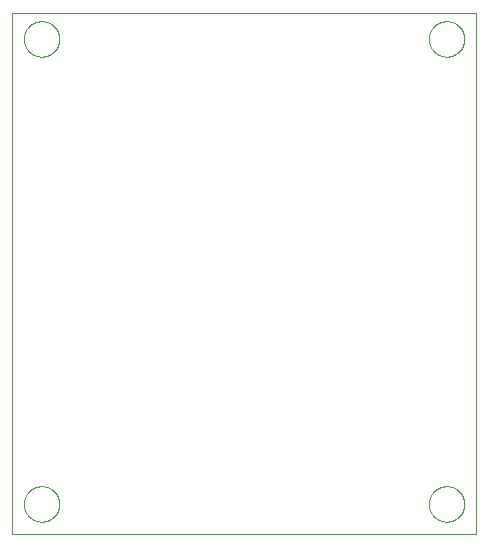
<source format=gko>
G75*
%MOIN*%
%OFA0B0*%
%FSLAX25Y25*%
%IPPOS*%
%LPD*%
%AMOC8*
5,1,8,0,0,1.08239X$1,22.5*
%
%ADD10C,0.00000*%
D10*
X0001500Y0001500D02*
X0001500Y0175201D01*
X0156421Y0175201D01*
X0156421Y0001500D01*
X0001500Y0001500D01*
X0005595Y0011500D02*
X0005597Y0011653D01*
X0005603Y0011806D01*
X0005613Y0011959D01*
X0005627Y0012112D01*
X0005645Y0012264D01*
X0005667Y0012416D01*
X0005692Y0012567D01*
X0005722Y0012718D01*
X0005755Y0012867D01*
X0005793Y0013016D01*
X0005834Y0013164D01*
X0005879Y0013310D01*
X0005928Y0013455D01*
X0005981Y0013599D01*
X0006037Y0013742D01*
X0006097Y0013883D01*
X0006161Y0014023D01*
X0006228Y0014160D01*
X0006299Y0014296D01*
X0006373Y0014430D01*
X0006451Y0014562D01*
X0006532Y0014692D01*
X0006617Y0014820D01*
X0006705Y0014946D01*
X0006796Y0015069D01*
X0006890Y0015190D01*
X0006987Y0015309D01*
X0007088Y0015425D01*
X0007191Y0015538D01*
X0007298Y0015648D01*
X0007407Y0015756D01*
X0007518Y0015861D01*
X0007633Y0015963D01*
X0007750Y0016062D01*
X0007870Y0016157D01*
X0007992Y0016250D01*
X0008117Y0016340D01*
X0008243Y0016426D01*
X0008372Y0016509D01*
X0008503Y0016588D01*
X0008636Y0016664D01*
X0008771Y0016737D01*
X0008908Y0016806D01*
X0009047Y0016871D01*
X0009187Y0016933D01*
X0009329Y0016991D01*
X0009472Y0017046D01*
X0009617Y0017097D01*
X0009763Y0017144D01*
X0009910Y0017187D01*
X0010058Y0017226D01*
X0010207Y0017262D01*
X0010357Y0017293D01*
X0010508Y0017321D01*
X0010660Y0017345D01*
X0010812Y0017365D01*
X0010964Y0017381D01*
X0011117Y0017393D01*
X0011270Y0017401D01*
X0011423Y0017405D01*
X0011577Y0017405D01*
X0011730Y0017401D01*
X0011883Y0017393D01*
X0012036Y0017381D01*
X0012188Y0017365D01*
X0012340Y0017345D01*
X0012492Y0017321D01*
X0012643Y0017293D01*
X0012793Y0017262D01*
X0012942Y0017226D01*
X0013090Y0017187D01*
X0013237Y0017144D01*
X0013383Y0017097D01*
X0013528Y0017046D01*
X0013671Y0016991D01*
X0013813Y0016933D01*
X0013953Y0016871D01*
X0014092Y0016806D01*
X0014229Y0016737D01*
X0014364Y0016664D01*
X0014497Y0016588D01*
X0014628Y0016509D01*
X0014757Y0016426D01*
X0014883Y0016340D01*
X0015008Y0016250D01*
X0015130Y0016157D01*
X0015250Y0016062D01*
X0015367Y0015963D01*
X0015482Y0015861D01*
X0015593Y0015756D01*
X0015702Y0015648D01*
X0015809Y0015538D01*
X0015912Y0015425D01*
X0016013Y0015309D01*
X0016110Y0015190D01*
X0016204Y0015069D01*
X0016295Y0014946D01*
X0016383Y0014820D01*
X0016468Y0014692D01*
X0016549Y0014562D01*
X0016627Y0014430D01*
X0016701Y0014296D01*
X0016772Y0014160D01*
X0016839Y0014023D01*
X0016903Y0013883D01*
X0016963Y0013742D01*
X0017019Y0013599D01*
X0017072Y0013455D01*
X0017121Y0013310D01*
X0017166Y0013164D01*
X0017207Y0013016D01*
X0017245Y0012867D01*
X0017278Y0012718D01*
X0017308Y0012567D01*
X0017333Y0012416D01*
X0017355Y0012264D01*
X0017373Y0012112D01*
X0017387Y0011959D01*
X0017397Y0011806D01*
X0017403Y0011653D01*
X0017405Y0011500D01*
X0017403Y0011347D01*
X0017397Y0011194D01*
X0017387Y0011041D01*
X0017373Y0010888D01*
X0017355Y0010736D01*
X0017333Y0010584D01*
X0017308Y0010433D01*
X0017278Y0010282D01*
X0017245Y0010133D01*
X0017207Y0009984D01*
X0017166Y0009836D01*
X0017121Y0009690D01*
X0017072Y0009545D01*
X0017019Y0009401D01*
X0016963Y0009258D01*
X0016903Y0009117D01*
X0016839Y0008977D01*
X0016772Y0008840D01*
X0016701Y0008704D01*
X0016627Y0008570D01*
X0016549Y0008438D01*
X0016468Y0008308D01*
X0016383Y0008180D01*
X0016295Y0008054D01*
X0016204Y0007931D01*
X0016110Y0007810D01*
X0016013Y0007691D01*
X0015912Y0007575D01*
X0015809Y0007462D01*
X0015702Y0007352D01*
X0015593Y0007244D01*
X0015482Y0007139D01*
X0015367Y0007037D01*
X0015250Y0006938D01*
X0015130Y0006843D01*
X0015008Y0006750D01*
X0014883Y0006660D01*
X0014757Y0006574D01*
X0014628Y0006491D01*
X0014497Y0006412D01*
X0014364Y0006336D01*
X0014229Y0006263D01*
X0014092Y0006194D01*
X0013953Y0006129D01*
X0013813Y0006067D01*
X0013671Y0006009D01*
X0013528Y0005954D01*
X0013383Y0005903D01*
X0013237Y0005856D01*
X0013090Y0005813D01*
X0012942Y0005774D01*
X0012793Y0005738D01*
X0012643Y0005707D01*
X0012492Y0005679D01*
X0012340Y0005655D01*
X0012188Y0005635D01*
X0012036Y0005619D01*
X0011883Y0005607D01*
X0011730Y0005599D01*
X0011577Y0005595D01*
X0011423Y0005595D01*
X0011270Y0005599D01*
X0011117Y0005607D01*
X0010964Y0005619D01*
X0010812Y0005635D01*
X0010660Y0005655D01*
X0010508Y0005679D01*
X0010357Y0005707D01*
X0010207Y0005738D01*
X0010058Y0005774D01*
X0009910Y0005813D01*
X0009763Y0005856D01*
X0009617Y0005903D01*
X0009472Y0005954D01*
X0009329Y0006009D01*
X0009187Y0006067D01*
X0009047Y0006129D01*
X0008908Y0006194D01*
X0008771Y0006263D01*
X0008636Y0006336D01*
X0008503Y0006412D01*
X0008372Y0006491D01*
X0008243Y0006574D01*
X0008117Y0006660D01*
X0007992Y0006750D01*
X0007870Y0006843D01*
X0007750Y0006938D01*
X0007633Y0007037D01*
X0007518Y0007139D01*
X0007407Y0007244D01*
X0007298Y0007352D01*
X0007191Y0007462D01*
X0007088Y0007575D01*
X0006987Y0007691D01*
X0006890Y0007810D01*
X0006796Y0007931D01*
X0006705Y0008054D01*
X0006617Y0008180D01*
X0006532Y0008308D01*
X0006451Y0008438D01*
X0006373Y0008570D01*
X0006299Y0008704D01*
X0006228Y0008840D01*
X0006161Y0008977D01*
X0006097Y0009117D01*
X0006037Y0009258D01*
X0005981Y0009401D01*
X0005928Y0009545D01*
X0005879Y0009690D01*
X0005834Y0009836D01*
X0005793Y0009984D01*
X0005755Y0010133D01*
X0005722Y0010282D01*
X0005692Y0010433D01*
X0005667Y0010584D01*
X0005645Y0010736D01*
X0005627Y0010888D01*
X0005613Y0011041D01*
X0005603Y0011194D01*
X0005597Y0011347D01*
X0005595Y0011500D01*
X0005595Y0166500D02*
X0005597Y0166653D01*
X0005603Y0166806D01*
X0005613Y0166959D01*
X0005627Y0167112D01*
X0005645Y0167264D01*
X0005667Y0167416D01*
X0005692Y0167567D01*
X0005722Y0167718D01*
X0005755Y0167867D01*
X0005793Y0168016D01*
X0005834Y0168164D01*
X0005879Y0168310D01*
X0005928Y0168455D01*
X0005981Y0168599D01*
X0006037Y0168742D01*
X0006097Y0168883D01*
X0006161Y0169023D01*
X0006228Y0169160D01*
X0006299Y0169296D01*
X0006373Y0169430D01*
X0006451Y0169562D01*
X0006532Y0169692D01*
X0006617Y0169820D01*
X0006705Y0169946D01*
X0006796Y0170069D01*
X0006890Y0170190D01*
X0006987Y0170309D01*
X0007088Y0170425D01*
X0007191Y0170538D01*
X0007298Y0170648D01*
X0007407Y0170756D01*
X0007518Y0170861D01*
X0007633Y0170963D01*
X0007750Y0171062D01*
X0007870Y0171157D01*
X0007992Y0171250D01*
X0008117Y0171340D01*
X0008243Y0171426D01*
X0008372Y0171509D01*
X0008503Y0171588D01*
X0008636Y0171664D01*
X0008771Y0171737D01*
X0008908Y0171806D01*
X0009047Y0171871D01*
X0009187Y0171933D01*
X0009329Y0171991D01*
X0009472Y0172046D01*
X0009617Y0172097D01*
X0009763Y0172144D01*
X0009910Y0172187D01*
X0010058Y0172226D01*
X0010207Y0172262D01*
X0010357Y0172293D01*
X0010508Y0172321D01*
X0010660Y0172345D01*
X0010812Y0172365D01*
X0010964Y0172381D01*
X0011117Y0172393D01*
X0011270Y0172401D01*
X0011423Y0172405D01*
X0011577Y0172405D01*
X0011730Y0172401D01*
X0011883Y0172393D01*
X0012036Y0172381D01*
X0012188Y0172365D01*
X0012340Y0172345D01*
X0012492Y0172321D01*
X0012643Y0172293D01*
X0012793Y0172262D01*
X0012942Y0172226D01*
X0013090Y0172187D01*
X0013237Y0172144D01*
X0013383Y0172097D01*
X0013528Y0172046D01*
X0013671Y0171991D01*
X0013813Y0171933D01*
X0013953Y0171871D01*
X0014092Y0171806D01*
X0014229Y0171737D01*
X0014364Y0171664D01*
X0014497Y0171588D01*
X0014628Y0171509D01*
X0014757Y0171426D01*
X0014883Y0171340D01*
X0015008Y0171250D01*
X0015130Y0171157D01*
X0015250Y0171062D01*
X0015367Y0170963D01*
X0015482Y0170861D01*
X0015593Y0170756D01*
X0015702Y0170648D01*
X0015809Y0170538D01*
X0015912Y0170425D01*
X0016013Y0170309D01*
X0016110Y0170190D01*
X0016204Y0170069D01*
X0016295Y0169946D01*
X0016383Y0169820D01*
X0016468Y0169692D01*
X0016549Y0169562D01*
X0016627Y0169430D01*
X0016701Y0169296D01*
X0016772Y0169160D01*
X0016839Y0169023D01*
X0016903Y0168883D01*
X0016963Y0168742D01*
X0017019Y0168599D01*
X0017072Y0168455D01*
X0017121Y0168310D01*
X0017166Y0168164D01*
X0017207Y0168016D01*
X0017245Y0167867D01*
X0017278Y0167718D01*
X0017308Y0167567D01*
X0017333Y0167416D01*
X0017355Y0167264D01*
X0017373Y0167112D01*
X0017387Y0166959D01*
X0017397Y0166806D01*
X0017403Y0166653D01*
X0017405Y0166500D01*
X0017403Y0166347D01*
X0017397Y0166194D01*
X0017387Y0166041D01*
X0017373Y0165888D01*
X0017355Y0165736D01*
X0017333Y0165584D01*
X0017308Y0165433D01*
X0017278Y0165282D01*
X0017245Y0165133D01*
X0017207Y0164984D01*
X0017166Y0164836D01*
X0017121Y0164690D01*
X0017072Y0164545D01*
X0017019Y0164401D01*
X0016963Y0164258D01*
X0016903Y0164117D01*
X0016839Y0163977D01*
X0016772Y0163840D01*
X0016701Y0163704D01*
X0016627Y0163570D01*
X0016549Y0163438D01*
X0016468Y0163308D01*
X0016383Y0163180D01*
X0016295Y0163054D01*
X0016204Y0162931D01*
X0016110Y0162810D01*
X0016013Y0162691D01*
X0015912Y0162575D01*
X0015809Y0162462D01*
X0015702Y0162352D01*
X0015593Y0162244D01*
X0015482Y0162139D01*
X0015367Y0162037D01*
X0015250Y0161938D01*
X0015130Y0161843D01*
X0015008Y0161750D01*
X0014883Y0161660D01*
X0014757Y0161574D01*
X0014628Y0161491D01*
X0014497Y0161412D01*
X0014364Y0161336D01*
X0014229Y0161263D01*
X0014092Y0161194D01*
X0013953Y0161129D01*
X0013813Y0161067D01*
X0013671Y0161009D01*
X0013528Y0160954D01*
X0013383Y0160903D01*
X0013237Y0160856D01*
X0013090Y0160813D01*
X0012942Y0160774D01*
X0012793Y0160738D01*
X0012643Y0160707D01*
X0012492Y0160679D01*
X0012340Y0160655D01*
X0012188Y0160635D01*
X0012036Y0160619D01*
X0011883Y0160607D01*
X0011730Y0160599D01*
X0011577Y0160595D01*
X0011423Y0160595D01*
X0011270Y0160599D01*
X0011117Y0160607D01*
X0010964Y0160619D01*
X0010812Y0160635D01*
X0010660Y0160655D01*
X0010508Y0160679D01*
X0010357Y0160707D01*
X0010207Y0160738D01*
X0010058Y0160774D01*
X0009910Y0160813D01*
X0009763Y0160856D01*
X0009617Y0160903D01*
X0009472Y0160954D01*
X0009329Y0161009D01*
X0009187Y0161067D01*
X0009047Y0161129D01*
X0008908Y0161194D01*
X0008771Y0161263D01*
X0008636Y0161336D01*
X0008503Y0161412D01*
X0008372Y0161491D01*
X0008243Y0161574D01*
X0008117Y0161660D01*
X0007992Y0161750D01*
X0007870Y0161843D01*
X0007750Y0161938D01*
X0007633Y0162037D01*
X0007518Y0162139D01*
X0007407Y0162244D01*
X0007298Y0162352D01*
X0007191Y0162462D01*
X0007088Y0162575D01*
X0006987Y0162691D01*
X0006890Y0162810D01*
X0006796Y0162931D01*
X0006705Y0163054D01*
X0006617Y0163180D01*
X0006532Y0163308D01*
X0006451Y0163438D01*
X0006373Y0163570D01*
X0006299Y0163704D01*
X0006228Y0163840D01*
X0006161Y0163977D01*
X0006097Y0164117D01*
X0006037Y0164258D01*
X0005981Y0164401D01*
X0005928Y0164545D01*
X0005879Y0164690D01*
X0005834Y0164836D01*
X0005793Y0164984D01*
X0005755Y0165133D01*
X0005722Y0165282D01*
X0005692Y0165433D01*
X0005667Y0165584D01*
X0005645Y0165736D01*
X0005627Y0165888D01*
X0005613Y0166041D01*
X0005603Y0166194D01*
X0005597Y0166347D01*
X0005595Y0166500D01*
X0140595Y0166500D02*
X0140597Y0166653D01*
X0140603Y0166806D01*
X0140613Y0166959D01*
X0140627Y0167112D01*
X0140645Y0167264D01*
X0140667Y0167416D01*
X0140692Y0167567D01*
X0140722Y0167718D01*
X0140755Y0167867D01*
X0140793Y0168016D01*
X0140834Y0168164D01*
X0140879Y0168310D01*
X0140928Y0168455D01*
X0140981Y0168599D01*
X0141037Y0168742D01*
X0141097Y0168883D01*
X0141161Y0169023D01*
X0141228Y0169160D01*
X0141299Y0169296D01*
X0141373Y0169430D01*
X0141451Y0169562D01*
X0141532Y0169692D01*
X0141617Y0169820D01*
X0141705Y0169946D01*
X0141796Y0170069D01*
X0141890Y0170190D01*
X0141987Y0170309D01*
X0142088Y0170425D01*
X0142191Y0170538D01*
X0142298Y0170648D01*
X0142407Y0170756D01*
X0142518Y0170861D01*
X0142633Y0170963D01*
X0142750Y0171062D01*
X0142870Y0171157D01*
X0142992Y0171250D01*
X0143117Y0171340D01*
X0143243Y0171426D01*
X0143372Y0171509D01*
X0143503Y0171588D01*
X0143636Y0171664D01*
X0143771Y0171737D01*
X0143908Y0171806D01*
X0144047Y0171871D01*
X0144187Y0171933D01*
X0144329Y0171991D01*
X0144472Y0172046D01*
X0144617Y0172097D01*
X0144763Y0172144D01*
X0144910Y0172187D01*
X0145058Y0172226D01*
X0145207Y0172262D01*
X0145357Y0172293D01*
X0145508Y0172321D01*
X0145660Y0172345D01*
X0145812Y0172365D01*
X0145964Y0172381D01*
X0146117Y0172393D01*
X0146270Y0172401D01*
X0146423Y0172405D01*
X0146577Y0172405D01*
X0146730Y0172401D01*
X0146883Y0172393D01*
X0147036Y0172381D01*
X0147188Y0172365D01*
X0147340Y0172345D01*
X0147492Y0172321D01*
X0147643Y0172293D01*
X0147793Y0172262D01*
X0147942Y0172226D01*
X0148090Y0172187D01*
X0148237Y0172144D01*
X0148383Y0172097D01*
X0148528Y0172046D01*
X0148671Y0171991D01*
X0148813Y0171933D01*
X0148953Y0171871D01*
X0149092Y0171806D01*
X0149229Y0171737D01*
X0149364Y0171664D01*
X0149497Y0171588D01*
X0149628Y0171509D01*
X0149757Y0171426D01*
X0149883Y0171340D01*
X0150008Y0171250D01*
X0150130Y0171157D01*
X0150250Y0171062D01*
X0150367Y0170963D01*
X0150482Y0170861D01*
X0150593Y0170756D01*
X0150702Y0170648D01*
X0150809Y0170538D01*
X0150912Y0170425D01*
X0151013Y0170309D01*
X0151110Y0170190D01*
X0151204Y0170069D01*
X0151295Y0169946D01*
X0151383Y0169820D01*
X0151468Y0169692D01*
X0151549Y0169562D01*
X0151627Y0169430D01*
X0151701Y0169296D01*
X0151772Y0169160D01*
X0151839Y0169023D01*
X0151903Y0168883D01*
X0151963Y0168742D01*
X0152019Y0168599D01*
X0152072Y0168455D01*
X0152121Y0168310D01*
X0152166Y0168164D01*
X0152207Y0168016D01*
X0152245Y0167867D01*
X0152278Y0167718D01*
X0152308Y0167567D01*
X0152333Y0167416D01*
X0152355Y0167264D01*
X0152373Y0167112D01*
X0152387Y0166959D01*
X0152397Y0166806D01*
X0152403Y0166653D01*
X0152405Y0166500D01*
X0152403Y0166347D01*
X0152397Y0166194D01*
X0152387Y0166041D01*
X0152373Y0165888D01*
X0152355Y0165736D01*
X0152333Y0165584D01*
X0152308Y0165433D01*
X0152278Y0165282D01*
X0152245Y0165133D01*
X0152207Y0164984D01*
X0152166Y0164836D01*
X0152121Y0164690D01*
X0152072Y0164545D01*
X0152019Y0164401D01*
X0151963Y0164258D01*
X0151903Y0164117D01*
X0151839Y0163977D01*
X0151772Y0163840D01*
X0151701Y0163704D01*
X0151627Y0163570D01*
X0151549Y0163438D01*
X0151468Y0163308D01*
X0151383Y0163180D01*
X0151295Y0163054D01*
X0151204Y0162931D01*
X0151110Y0162810D01*
X0151013Y0162691D01*
X0150912Y0162575D01*
X0150809Y0162462D01*
X0150702Y0162352D01*
X0150593Y0162244D01*
X0150482Y0162139D01*
X0150367Y0162037D01*
X0150250Y0161938D01*
X0150130Y0161843D01*
X0150008Y0161750D01*
X0149883Y0161660D01*
X0149757Y0161574D01*
X0149628Y0161491D01*
X0149497Y0161412D01*
X0149364Y0161336D01*
X0149229Y0161263D01*
X0149092Y0161194D01*
X0148953Y0161129D01*
X0148813Y0161067D01*
X0148671Y0161009D01*
X0148528Y0160954D01*
X0148383Y0160903D01*
X0148237Y0160856D01*
X0148090Y0160813D01*
X0147942Y0160774D01*
X0147793Y0160738D01*
X0147643Y0160707D01*
X0147492Y0160679D01*
X0147340Y0160655D01*
X0147188Y0160635D01*
X0147036Y0160619D01*
X0146883Y0160607D01*
X0146730Y0160599D01*
X0146577Y0160595D01*
X0146423Y0160595D01*
X0146270Y0160599D01*
X0146117Y0160607D01*
X0145964Y0160619D01*
X0145812Y0160635D01*
X0145660Y0160655D01*
X0145508Y0160679D01*
X0145357Y0160707D01*
X0145207Y0160738D01*
X0145058Y0160774D01*
X0144910Y0160813D01*
X0144763Y0160856D01*
X0144617Y0160903D01*
X0144472Y0160954D01*
X0144329Y0161009D01*
X0144187Y0161067D01*
X0144047Y0161129D01*
X0143908Y0161194D01*
X0143771Y0161263D01*
X0143636Y0161336D01*
X0143503Y0161412D01*
X0143372Y0161491D01*
X0143243Y0161574D01*
X0143117Y0161660D01*
X0142992Y0161750D01*
X0142870Y0161843D01*
X0142750Y0161938D01*
X0142633Y0162037D01*
X0142518Y0162139D01*
X0142407Y0162244D01*
X0142298Y0162352D01*
X0142191Y0162462D01*
X0142088Y0162575D01*
X0141987Y0162691D01*
X0141890Y0162810D01*
X0141796Y0162931D01*
X0141705Y0163054D01*
X0141617Y0163180D01*
X0141532Y0163308D01*
X0141451Y0163438D01*
X0141373Y0163570D01*
X0141299Y0163704D01*
X0141228Y0163840D01*
X0141161Y0163977D01*
X0141097Y0164117D01*
X0141037Y0164258D01*
X0140981Y0164401D01*
X0140928Y0164545D01*
X0140879Y0164690D01*
X0140834Y0164836D01*
X0140793Y0164984D01*
X0140755Y0165133D01*
X0140722Y0165282D01*
X0140692Y0165433D01*
X0140667Y0165584D01*
X0140645Y0165736D01*
X0140627Y0165888D01*
X0140613Y0166041D01*
X0140603Y0166194D01*
X0140597Y0166347D01*
X0140595Y0166500D01*
X0140595Y0011500D02*
X0140597Y0011653D01*
X0140603Y0011806D01*
X0140613Y0011959D01*
X0140627Y0012112D01*
X0140645Y0012264D01*
X0140667Y0012416D01*
X0140692Y0012567D01*
X0140722Y0012718D01*
X0140755Y0012867D01*
X0140793Y0013016D01*
X0140834Y0013164D01*
X0140879Y0013310D01*
X0140928Y0013455D01*
X0140981Y0013599D01*
X0141037Y0013742D01*
X0141097Y0013883D01*
X0141161Y0014023D01*
X0141228Y0014160D01*
X0141299Y0014296D01*
X0141373Y0014430D01*
X0141451Y0014562D01*
X0141532Y0014692D01*
X0141617Y0014820D01*
X0141705Y0014946D01*
X0141796Y0015069D01*
X0141890Y0015190D01*
X0141987Y0015309D01*
X0142088Y0015425D01*
X0142191Y0015538D01*
X0142298Y0015648D01*
X0142407Y0015756D01*
X0142518Y0015861D01*
X0142633Y0015963D01*
X0142750Y0016062D01*
X0142870Y0016157D01*
X0142992Y0016250D01*
X0143117Y0016340D01*
X0143243Y0016426D01*
X0143372Y0016509D01*
X0143503Y0016588D01*
X0143636Y0016664D01*
X0143771Y0016737D01*
X0143908Y0016806D01*
X0144047Y0016871D01*
X0144187Y0016933D01*
X0144329Y0016991D01*
X0144472Y0017046D01*
X0144617Y0017097D01*
X0144763Y0017144D01*
X0144910Y0017187D01*
X0145058Y0017226D01*
X0145207Y0017262D01*
X0145357Y0017293D01*
X0145508Y0017321D01*
X0145660Y0017345D01*
X0145812Y0017365D01*
X0145964Y0017381D01*
X0146117Y0017393D01*
X0146270Y0017401D01*
X0146423Y0017405D01*
X0146577Y0017405D01*
X0146730Y0017401D01*
X0146883Y0017393D01*
X0147036Y0017381D01*
X0147188Y0017365D01*
X0147340Y0017345D01*
X0147492Y0017321D01*
X0147643Y0017293D01*
X0147793Y0017262D01*
X0147942Y0017226D01*
X0148090Y0017187D01*
X0148237Y0017144D01*
X0148383Y0017097D01*
X0148528Y0017046D01*
X0148671Y0016991D01*
X0148813Y0016933D01*
X0148953Y0016871D01*
X0149092Y0016806D01*
X0149229Y0016737D01*
X0149364Y0016664D01*
X0149497Y0016588D01*
X0149628Y0016509D01*
X0149757Y0016426D01*
X0149883Y0016340D01*
X0150008Y0016250D01*
X0150130Y0016157D01*
X0150250Y0016062D01*
X0150367Y0015963D01*
X0150482Y0015861D01*
X0150593Y0015756D01*
X0150702Y0015648D01*
X0150809Y0015538D01*
X0150912Y0015425D01*
X0151013Y0015309D01*
X0151110Y0015190D01*
X0151204Y0015069D01*
X0151295Y0014946D01*
X0151383Y0014820D01*
X0151468Y0014692D01*
X0151549Y0014562D01*
X0151627Y0014430D01*
X0151701Y0014296D01*
X0151772Y0014160D01*
X0151839Y0014023D01*
X0151903Y0013883D01*
X0151963Y0013742D01*
X0152019Y0013599D01*
X0152072Y0013455D01*
X0152121Y0013310D01*
X0152166Y0013164D01*
X0152207Y0013016D01*
X0152245Y0012867D01*
X0152278Y0012718D01*
X0152308Y0012567D01*
X0152333Y0012416D01*
X0152355Y0012264D01*
X0152373Y0012112D01*
X0152387Y0011959D01*
X0152397Y0011806D01*
X0152403Y0011653D01*
X0152405Y0011500D01*
X0152403Y0011347D01*
X0152397Y0011194D01*
X0152387Y0011041D01*
X0152373Y0010888D01*
X0152355Y0010736D01*
X0152333Y0010584D01*
X0152308Y0010433D01*
X0152278Y0010282D01*
X0152245Y0010133D01*
X0152207Y0009984D01*
X0152166Y0009836D01*
X0152121Y0009690D01*
X0152072Y0009545D01*
X0152019Y0009401D01*
X0151963Y0009258D01*
X0151903Y0009117D01*
X0151839Y0008977D01*
X0151772Y0008840D01*
X0151701Y0008704D01*
X0151627Y0008570D01*
X0151549Y0008438D01*
X0151468Y0008308D01*
X0151383Y0008180D01*
X0151295Y0008054D01*
X0151204Y0007931D01*
X0151110Y0007810D01*
X0151013Y0007691D01*
X0150912Y0007575D01*
X0150809Y0007462D01*
X0150702Y0007352D01*
X0150593Y0007244D01*
X0150482Y0007139D01*
X0150367Y0007037D01*
X0150250Y0006938D01*
X0150130Y0006843D01*
X0150008Y0006750D01*
X0149883Y0006660D01*
X0149757Y0006574D01*
X0149628Y0006491D01*
X0149497Y0006412D01*
X0149364Y0006336D01*
X0149229Y0006263D01*
X0149092Y0006194D01*
X0148953Y0006129D01*
X0148813Y0006067D01*
X0148671Y0006009D01*
X0148528Y0005954D01*
X0148383Y0005903D01*
X0148237Y0005856D01*
X0148090Y0005813D01*
X0147942Y0005774D01*
X0147793Y0005738D01*
X0147643Y0005707D01*
X0147492Y0005679D01*
X0147340Y0005655D01*
X0147188Y0005635D01*
X0147036Y0005619D01*
X0146883Y0005607D01*
X0146730Y0005599D01*
X0146577Y0005595D01*
X0146423Y0005595D01*
X0146270Y0005599D01*
X0146117Y0005607D01*
X0145964Y0005619D01*
X0145812Y0005635D01*
X0145660Y0005655D01*
X0145508Y0005679D01*
X0145357Y0005707D01*
X0145207Y0005738D01*
X0145058Y0005774D01*
X0144910Y0005813D01*
X0144763Y0005856D01*
X0144617Y0005903D01*
X0144472Y0005954D01*
X0144329Y0006009D01*
X0144187Y0006067D01*
X0144047Y0006129D01*
X0143908Y0006194D01*
X0143771Y0006263D01*
X0143636Y0006336D01*
X0143503Y0006412D01*
X0143372Y0006491D01*
X0143243Y0006574D01*
X0143117Y0006660D01*
X0142992Y0006750D01*
X0142870Y0006843D01*
X0142750Y0006938D01*
X0142633Y0007037D01*
X0142518Y0007139D01*
X0142407Y0007244D01*
X0142298Y0007352D01*
X0142191Y0007462D01*
X0142088Y0007575D01*
X0141987Y0007691D01*
X0141890Y0007810D01*
X0141796Y0007931D01*
X0141705Y0008054D01*
X0141617Y0008180D01*
X0141532Y0008308D01*
X0141451Y0008438D01*
X0141373Y0008570D01*
X0141299Y0008704D01*
X0141228Y0008840D01*
X0141161Y0008977D01*
X0141097Y0009117D01*
X0141037Y0009258D01*
X0140981Y0009401D01*
X0140928Y0009545D01*
X0140879Y0009690D01*
X0140834Y0009836D01*
X0140793Y0009984D01*
X0140755Y0010133D01*
X0140722Y0010282D01*
X0140692Y0010433D01*
X0140667Y0010584D01*
X0140645Y0010736D01*
X0140627Y0010888D01*
X0140613Y0011041D01*
X0140603Y0011194D01*
X0140597Y0011347D01*
X0140595Y0011500D01*
M02*

</source>
